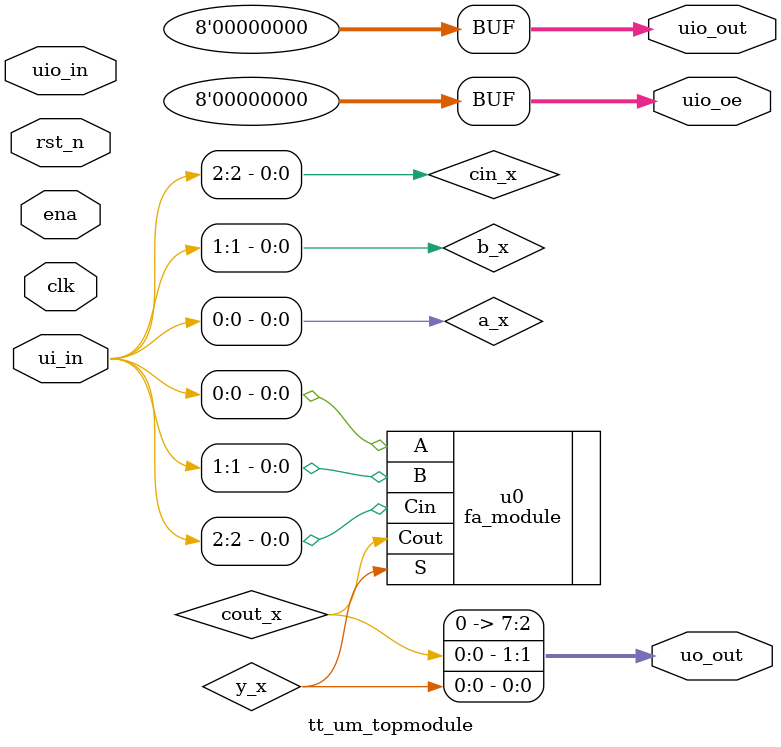
<source format=sv>
module tt_um_topmodule (
    input  wire [7:0] ui_in,    // Dedicated inputs
    output wire [7:0] uo_out,   // Dedicated outputs
    input  wire [7:0] uio_in,   // IOs: Input path
    output wire [7:0] uio_out,  // IOs: Output path
    output wire [7:0] uio_oe,   // IOs: Enable path (active high: 0=input, 1=output)
    input  wire       ena,      // always 1 when the design is powered, so you can ignore it
    input  wire       clk,      // clock
    input  wire       rst_n     // reset_n - low to reset
);

    fa_module u0 ( // <--- Your module
        .A(a_x),
        .B(b_x),
        .Cin(cin_x),
        .S(y_x),
        .Cout(cout_x)
    );

    // ! DO NOT TOUCH !
    logic a_x, b_x, cin_x, y_x, cout_x;

    assign a_x = ui_in[0];
    assign b_x = ui_in[1];
    assign cin_x = ui_in[2];

    assign uo_out[0] = y_x;
    assign uo_out[1] = cout_x;

    assign uo_out[7:2] = '0;

    assign uio_out      = '0;
    assign uio_oe       = '0;
endmodule

</source>
